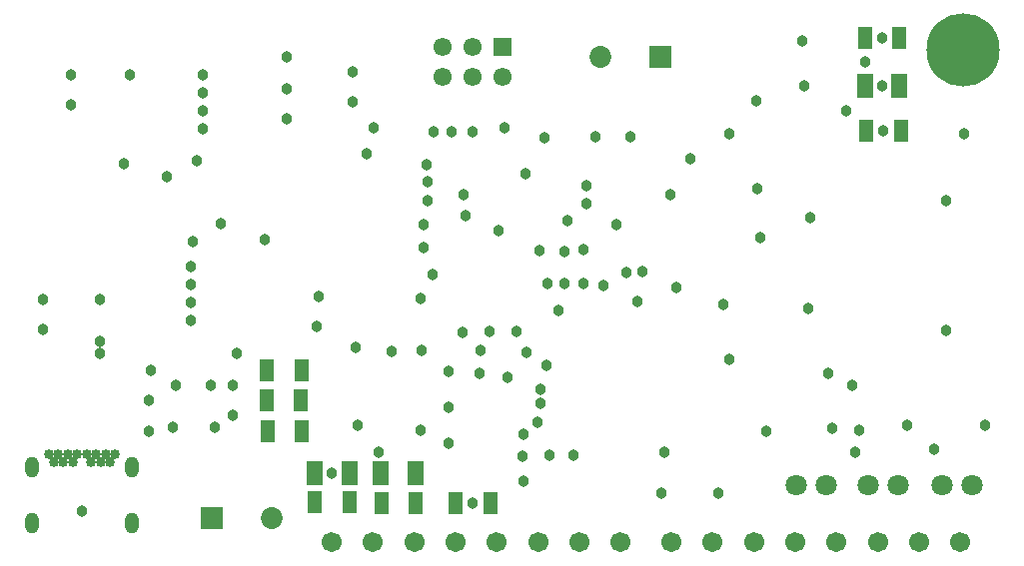
<source format=gbs>
G04*
G04 #@! TF.GenerationSoftware,Altium Limited,Altium Designer,21.9.2 (33)*
G04*
G04 Layer_Color=16711935*
%FSLAX25Y25*%
%MOIN*%
G70*
G04*
G04 #@! TF.SameCoordinates,A0D018B4-DB31-4F92-A021-C5504D576F11*
G04*
G04*
G04 #@! TF.FilePolarity,Negative*
G04*
G01*
G75*
%ADD49R,0.05052X0.07375*%
%ADD58R,0.05367X0.07965*%
%ADD70C,0.07099*%
%ADD71C,0.06700*%
%ADD72C,0.24422*%
%ADD73O,0.04737X0.07099*%
%ADD74C,0.03359*%
%ADD75R,0.07296X0.07296*%
%ADD76C,0.07296*%
%ADD77R,0.06102X0.06102*%
%ADD78C,0.06102*%
%ADD79C,0.03800*%
D49*
X97000Y49000D02*
D03*
X85622D02*
D03*
X96496Y59500D02*
D03*
X85118D02*
D03*
X85311Y69500D02*
D03*
X96689D02*
D03*
X296689Y149500D02*
D03*
X285311D02*
D03*
X284811Y180500D02*
D03*
X296189D02*
D03*
X112689Y25500D02*
D03*
X101311D02*
D03*
X148311Y25000D02*
D03*
X159689D02*
D03*
X134878D02*
D03*
X123500D02*
D03*
D58*
X296307Y164500D02*
D03*
X284693D02*
D03*
X112807Y35000D02*
D03*
X101193D02*
D03*
X134807D02*
D03*
X123193D02*
D03*
D70*
X272000Y31000D02*
D03*
X262000D02*
D03*
X296000D02*
D03*
X286000D02*
D03*
X310500D02*
D03*
X320500D02*
D03*
D71*
X106882Y12000D02*
D03*
X120661D02*
D03*
X134441D02*
D03*
X148221D02*
D03*
X162000D02*
D03*
X175779D02*
D03*
X189559D02*
D03*
X203339D02*
D03*
X316677D02*
D03*
X302898D02*
D03*
X289118D02*
D03*
X275339D02*
D03*
X261559D02*
D03*
X247779D02*
D03*
X234000D02*
D03*
X220220D02*
D03*
D72*
X317500Y176500D02*
D03*
D73*
X6689Y18423D02*
D03*
X40311D02*
D03*
X6689Y37045D02*
D03*
X40311D02*
D03*
D74*
X32949Y38816D02*
D03*
X14051D02*
D03*
X29799D02*
D03*
X17201D02*
D03*
X26650D02*
D03*
X20350D02*
D03*
X34524Y41572D02*
D03*
X12476D02*
D03*
X31374D02*
D03*
X15626D02*
D03*
X28224D02*
D03*
X18776D02*
D03*
X25075D02*
D03*
X21925D02*
D03*
D75*
X216500Y174000D02*
D03*
X67000Y20000D02*
D03*
D76*
X196500Y174000D02*
D03*
X87000Y20000D02*
D03*
D77*
X164000Y177500D02*
D03*
D78*
X154000D02*
D03*
X144000D02*
D03*
X164000Y167500D02*
D03*
X154000D02*
D03*
X144000D02*
D03*
D79*
X239500Y73000D02*
D03*
X266000Y90000D02*
D03*
X222000Y97000D02*
D03*
X182500Y89450D02*
D03*
X237500Y91500D02*
D03*
X185500Y119500D02*
D03*
X68000Y50500D02*
D03*
X54000D02*
D03*
X54684Y64491D02*
D03*
X66500Y64500D02*
D03*
X74000Y54500D02*
D03*
Y64500D02*
D03*
X75269Y75046D02*
D03*
X60500Y112500D02*
D03*
X37500Y138500D02*
D03*
X226500Y140000D02*
D03*
X248864Y130012D02*
D03*
X239500Y148500D02*
D03*
X194971Y147432D02*
D03*
X206500Y147500D02*
D03*
X121000Y150500D02*
D03*
X118599Y141830D02*
D03*
X278500Y156000D02*
D03*
X290500Y164500D02*
D03*
X318000Y148500D02*
D03*
X285000Y172500D02*
D03*
X264000Y179500D02*
D03*
X290500Y180500D02*
D03*
X291000Y149500D02*
D03*
X168500Y82500D02*
D03*
X197500Y97650D02*
D03*
X179000Y98500D02*
D03*
X209000Y92500D02*
D03*
X176050Y109500D02*
D03*
X140700Y149000D02*
D03*
X151000Y128000D02*
D03*
X154000Y149000D02*
D03*
X45908Y59500D02*
D03*
X46000Y49000D02*
D03*
X46500Y69500D02*
D03*
X210500Y102500D02*
D03*
X205235Y102265D02*
D03*
X136836Y76164D02*
D03*
X236000Y28500D02*
D03*
X217000D02*
D03*
X23500Y22500D02*
D03*
X127000Y75889D02*
D03*
X122500Y42000D02*
D03*
X140500Y101500D02*
D03*
X115500Y51000D02*
D03*
X136500Y93500D02*
D03*
Y49500D02*
D03*
X159500Y82500D02*
D03*
X156500Y76000D02*
D03*
X150500Y82050D02*
D03*
X137500Y110500D02*
D03*
X272500Y68500D02*
D03*
X138500Y138000D02*
D03*
X137520Y118192D02*
D03*
X139000Y126000D02*
D03*
X151500Y121000D02*
D03*
X172000Y75500D02*
D03*
X171500Y135000D02*
D03*
X184500Y109000D02*
D03*
Y98500D02*
D03*
X190702Y98335D02*
D03*
X162609Y116013D02*
D03*
X164500Y150500D02*
D03*
X178000Y147000D02*
D03*
X280500Y64500D02*
D03*
X283000Y49621D02*
D03*
X190777Y109818D02*
D03*
X248500Y159500D02*
D03*
X249792Y113803D02*
D03*
X147000Y149000D02*
D03*
X29500Y79000D02*
D03*
Y75000D02*
D03*
X20000Y158000D02*
D03*
Y168000D02*
D03*
X102500Y94000D02*
D03*
X62000Y139500D02*
D03*
X84500Y113000D02*
D03*
X70000Y118500D02*
D03*
X52000Y134000D02*
D03*
X115000Y77000D02*
D03*
X102000Y84000D02*
D03*
X39500Y168000D02*
D03*
X29500Y93000D02*
D03*
X10500Y83000D02*
D03*
Y93000D02*
D03*
X114000Y159000D02*
D03*
Y169000D02*
D03*
X60000Y86000D02*
D03*
Y92000D02*
D03*
Y98000D02*
D03*
Y104000D02*
D03*
X64000Y150000D02*
D03*
Y156000D02*
D03*
Y162000D02*
D03*
Y168000D02*
D03*
X192000Y131000D02*
D03*
Y125000D02*
D03*
X139000Y132500D02*
D03*
X92000Y174000D02*
D03*
Y153500D02*
D03*
Y163500D02*
D03*
X264500Y164500D02*
D03*
X308000Y43000D02*
D03*
X281569Y42140D02*
D03*
X252000Y49000D02*
D03*
X218000Y42000D02*
D03*
X274000Y50000D02*
D03*
X299000Y51000D02*
D03*
X325000D02*
D03*
X107000Y35000D02*
D03*
X154000Y25000D02*
D03*
X266376Y120363D02*
D03*
X311756Y82735D02*
D03*
X312000Y126000D02*
D03*
X220000Y128000D02*
D03*
X202000Y118000D02*
D03*
X178500Y71000D02*
D03*
X165500Y67000D02*
D03*
X171000Y48000D02*
D03*
X175500Y52000D02*
D03*
X187500Y41000D02*
D03*
X179500D02*
D03*
X170460Y40858D02*
D03*
X176500Y63000D02*
D03*
Y58500D02*
D03*
X171000Y32500D02*
D03*
X156035Y68616D02*
D03*
X146000Y45000D02*
D03*
Y57000D02*
D03*
Y69000D02*
D03*
M02*

</source>
